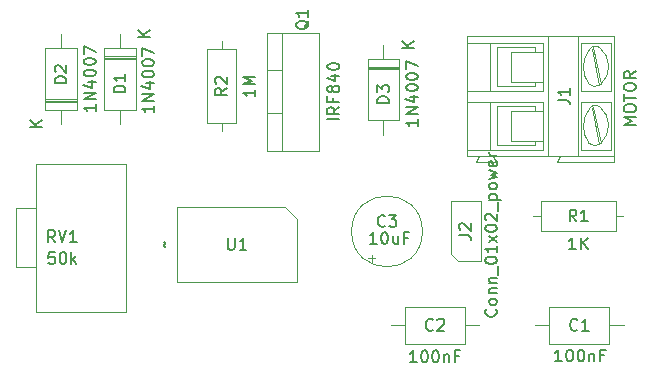
<source format=gbr>
%TF.GenerationSoftware,KiCad,Pcbnew,7.0.8-1.fc38*%
%TF.CreationDate,2023-12-28T13:03:44+02:00*%
%TF.ProjectId,MotorSpeedControl,4d6f746f-7253-4706-9565-64436f6e7472,rev?*%
%TF.SameCoordinates,Original*%
%TF.FileFunction,AssemblyDrawing,Top*%
%FSLAX46Y46*%
G04 Gerber Fmt 4.6, Leading zero omitted, Abs format (unit mm)*
G04 Created by KiCad (PCBNEW 7.0.8-1.fc38) date 2023-12-28 13:03:44*
%MOMM*%
%LPD*%
G01*
G04 APERTURE LIST*
%ADD10C,0.150000*%
%ADD11C,0.100000*%
G04 APERTURE END LIST*
D10*
X173954819Y-91817142D02*
X172954819Y-91817142D01*
X173954819Y-90769524D02*
X173478628Y-91102857D01*
X173954819Y-91340952D02*
X172954819Y-91340952D01*
X172954819Y-91340952D02*
X172954819Y-90960000D01*
X172954819Y-90960000D02*
X173002438Y-90864762D01*
X173002438Y-90864762D02*
X173050057Y-90817143D01*
X173050057Y-90817143D02*
X173145295Y-90769524D01*
X173145295Y-90769524D02*
X173288152Y-90769524D01*
X173288152Y-90769524D02*
X173383390Y-90817143D01*
X173383390Y-90817143D02*
X173431009Y-90864762D01*
X173431009Y-90864762D02*
X173478628Y-90960000D01*
X173478628Y-90960000D02*
X173478628Y-91340952D01*
X173431009Y-90007619D02*
X173431009Y-90340952D01*
X173954819Y-90340952D02*
X172954819Y-90340952D01*
X172954819Y-90340952D02*
X172954819Y-89864762D01*
X173383390Y-89340952D02*
X173335771Y-89436190D01*
X173335771Y-89436190D02*
X173288152Y-89483809D01*
X173288152Y-89483809D02*
X173192914Y-89531428D01*
X173192914Y-89531428D02*
X173145295Y-89531428D01*
X173145295Y-89531428D02*
X173050057Y-89483809D01*
X173050057Y-89483809D02*
X173002438Y-89436190D01*
X173002438Y-89436190D02*
X172954819Y-89340952D01*
X172954819Y-89340952D02*
X172954819Y-89150476D01*
X172954819Y-89150476D02*
X173002438Y-89055238D01*
X173002438Y-89055238D02*
X173050057Y-89007619D01*
X173050057Y-89007619D02*
X173145295Y-88960000D01*
X173145295Y-88960000D02*
X173192914Y-88960000D01*
X173192914Y-88960000D02*
X173288152Y-89007619D01*
X173288152Y-89007619D02*
X173335771Y-89055238D01*
X173335771Y-89055238D02*
X173383390Y-89150476D01*
X173383390Y-89150476D02*
X173383390Y-89340952D01*
X173383390Y-89340952D02*
X173431009Y-89436190D01*
X173431009Y-89436190D02*
X173478628Y-89483809D01*
X173478628Y-89483809D02*
X173573866Y-89531428D01*
X173573866Y-89531428D02*
X173764342Y-89531428D01*
X173764342Y-89531428D02*
X173859580Y-89483809D01*
X173859580Y-89483809D02*
X173907200Y-89436190D01*
X173907200Y-89436190D02*
X173954819Y-89340952D01*
X173954819Y-89340952D02*
X173954819Y-89150476D01*
X173954819Y-89150476D02*
X173907200Y-89055238D01*
X173907200Y-89055238D02*
X173859580Y-89007619D01*
X173859580Y-89007619D02*
X173764342Y-88960000D01*
X173764342Y-88960000D02*
X173573866Y-88960000D01*
X173573866Y-88960000D02*
X173478628Y-89007619D01*
X173478628Y-89007619D02*
X173431009Y-89055238D01*
X173431009Y-89055238D02*
X173383390Y-89150476D01*
X173288152Y-88102857D02*
X173954819Y-88102857D01*
X172907200Y-88340952D02*
X173621485Y-88579047D01*
X173621485Y-88579047D02*
X173621485Y-87960000D01*
X172954819Y-87388571D02*
X172954819Y-87293333D01*
X172954819Y-87293333D02*
X173002438Y-87198095D01*
X173002438Y-87198095D02*
X173050057Y-87150476D01*
X173050057Y-87150476D02*
X173145295Y-87102857D01*
X173145295Y-87102857D02*
X173335771Y-87055238D01*
X173335771Y-87055238D02*
X173573866Y-87055238D01*
X173573866Y-87055238D02*
X173764342Y-87102857D01*
X173764342Y-87102857D02*
X173859580Y-87150476D01*
X173859580Y-87150476D02*
X173907200Y-87198095D01*
X173907200Y-87198095D02*
X173954819Y-87293333D01*
X173954819Y-87293333D02*
X173954819Y-87388571D01*
X173954819Y-87388571D02*
X173907200Y-87483809D01*
X173907200Y-87483809D02*
X173859580Y-87531428D01*
X173859580Y-87531428D02*
X173764342Y-87579047D01*
X173764342Y-87579047D02*
X173573866Y-87626666D01*
X173573866Y-87626666D02*
X173335771Y-87626666D01*
X173335771Y-87626666D02*
X173145295Y-87579047D01*
X173145295Y-87579047D02*
X173050057Y-87531428D01*
X173050057Y-87531428D02*
X173002438Y-87483809D01*
X173002438Y-87483809D02*
X172954819Y-87388571D01*
X171400057Y-83445238D02*
X171352438Y-83540476D01*
X171352438Y-83540476D02*
X171257200Y-83635714D01*
X171257200Y-83635714D02*
X171114342Y-83778571D01*
X171114342Y-83778571D02*
X171066723Y-83873809D01*
X171066723Y-83873809D02*
X171066723Y-83969047D01*
X171304819Y-83921428D02*
X171257200Y-84016666D01*
X171257200Y-84016666D02*
X171161961Y-84111904D01*
X171161961Y-84111904D02*
X170971485Y-84159523D01*
X170971485Y-84159523D02*
X170638152Y-84159523D01*
X170638152Y-84159523D02*
X170447676Y-84111904D01*
X170447676Y-84111904D02*
X170352438Y-84016666D01*
X170352438Y-84016666D02*
X170304819Y-83921428D01*
X170304819Y-83921428D02*
X170304819Y-83730952D01*
X170304819Y-83730952D02*
X170352438Y-83635714D01*
X170352438Y-83635714D02*
X170447676Y-83540476D01*
X170447676Y-83540476D02*
X170638152Y-83492857D01*
X170638152Y-83492857D02*
X170971485Y-83492857D01*
X170971485Y-83492857D02*
X171161961Y-83540476D01*
X171161961Y-83540476D02*
X171257200Y-83635714D01*
X171257200Y-83635714D02*
X171304819Y-83730952D01*
X171304819Y-83730952D02*
X171304819Y-83921428D01*
X171304819Y-82540476D02*
X171304819Y-83111904D01*
X171304819Y-82826190D02*
X170304819Y-82826190D01*
X170304819Y-82826190D02*
X170447676Y-82921428D01*
X170447676Y-82921428D02*
X170542914Y-83016666D01*
X170542914Y-83016666D02*
X170590533Y-83111904D01*
X187209580Y-107885715D02*
X187257200Y-107933334D01*
X187257200Y-107933334D02*
X187304819Y-108076191D01*
X187304819Y-108076191D02*
X187304819Y-108171429D01*
X187304819Y-108171429D02*
X187257200Y-108314286D01*
X187257200Y-108314286D02*
X187161961Y-108409524D01*
X187161961Y-108409524D02*
X187066723Y-108457143D01*
X187066723Y-108457143D02*
X186876247Y-108504762D01*
X186876247Y-108504762D02*
X186733390Y-108504762D01*
X186733390Y-108504762D02*
X186542914Y-108457143D01*
X186542914Y-108457143D02*
X186447676Y-108409524D01*
X186447676Y-108409524D02*
X186352438Y-108314286D01*
X186352438Y-108314286D02*
X186304819Y-108171429D01*
X186304819Y-108171429D02*
X186304819Y-108076191D01*
X186304819Y-108076191D02*
X186352438Y-107933334D01*
X186352438Y-107933334D02*
X186400057Y-107885715D01*
X187304819Y-107314286D02*
X187257200Y-107409524D01*
X187257200Y-107409524D02*
X187209580Y-107457143D01*
X187209580Y-107457143D02*
X187114342Y-107504762D01*
X187114342Y-107504762D02*
X186828628Y-107504762D01*
X186828628Y-107504762D02*
X186733390Y-107457143D01*
X186733390Y-107457143D02*
X186685771Y-107409524D01*
X186685771Y-107409524D02*
X186638152Y-107314286D01*
X186638152Y-107314286D02*
X186638152Y-107171429D01*
X186638152Y-107171429D02*
X186685771Y-107076191D01*
X186685771Y-107076191D02*
X186733390Y-107028572D01*
X186733390Y-107028572D02*
X186828628Y-106980953D01*
X186828628Y-106980953D02*
X187114342Y-106980953D01*
X187114342Y-106980953D02*
X187209580Y-107028572D01*
X187209580Y-107028572D02*
X187257200Y-107076191D01*
X187257200Y-107076191D02*
X187304819Y-107171429D01*
X187304819Y-107171429D02*
X187304819Y-107314286D01*
X186638152Y-106552381D02*
X187304819Y-106552381D01*
X186733390Y-106552381D02*
X186685771Y-106504762D01*
X186685771Y-106504762D02*
X186638152Y-106409524D01*
X186638152Y-106409524D02*
X186638152Y-106266667D01*
X186638152Y-106266667D02*
X186685771Y-106171429D01*
X186685771Y-106171429D02*
X186781009Y-106123810D01*
X186781009Y-106123810D02*
X187304819Y-106123810D01*
X186638152Y-105647619D02*
X187304819Y-105647619D01*
X186733390Y-105647619D02*
X186685771Y-105600000D01*
X186685771Y-105600000D02*
X186638152Y-105504762D01*
X186638152Y-105504762D02*
X186638152Y-105361905D01*
X186638152Y-105361905D02*
X186685771Y-105266667D01*
X186685771Y-105266667D02*
X186781009Y-105219048D01*
X186781009Y-105219048D02*
X187304819Y-105219048D01*
X187400057Y-104980953D02*
X187400057Y-104219048D01*
X186304819Y-103790476D02*
X186304819Y-103695238D01*
X186304819Y-103695238D02*
X186352438Y-103600000D01*
X186352438Y-103600000D02*
X186400057Y-103552381D01*
X186400057Y-103552381D02*
X186495295Y-103504762D01*
X186495295Y-103504762D02*
X186685771Y-103457143D01*
X186685771Y-103457143D02*
X186923866Y-103457143D01*
X186923866Y-103457143D02*
X187114342Y-103504762D01*
X187114342Y-103504762D02*
X187209580Y-103552381D01*
X187209580Y-103552381D02*
X187257200Y-103600000D01*
X187257200Y-103600000D02*
X187304819Y-103695238D01*
X187304819Y-103695238D02*
X187304819Y-103790476D01*
X187304819Y-103790476D02*
X187257200Y-103885714D01*
X187257200Y-103885714D02*
X187209580Y-103933333D01*
X187209580Y-103933333D02*
X187114342Y-103980952D01*
X187114342Y-103980952D02*
X186923866Y-104028571D01*
X186923866Y-104028571D02*
X186685771Y-104028571D01*
X186685771Y-104028571D02*
X186495295Y-103980952D01*
X186495295Y-103980952D02*
X186400057Y-103933333D01*
X186400057Y-103933333D02*
X186352438Y-103885714D01*
X186352438Y-103885714D02*
X186304819Y-103790476D01*
X187304819Y-102504762D02*
X187304819Y-103076190D01*
X187304819Y-102790476D02*
X186304819Y-102790476D01*
X186304819Y-102790476D02*
X186447676Y-102885714D01*
X186447676Y-102885714D02*
X186542914Y-102980952D01*
X186542914Y-102980952D02*
X186590533Y-103076190D01*
X187304819Y-102171428D02*
X186638152Y-101647619D01*
X186638152Y-102171428D02*
X187304819Y-101647619D01*
X186304819Y-101076190D02*
X186304819Y-100980952D01*
X186304819Y-100980952D02*
X186352438Y-100885714D01*
X186352438Y-100885714D02*
X186400057Y-100838095D01*
X186400057Y-100838095D02*
X186495295Y-100790476D01*
X186495295Y-100790476D02*
X186685771Y-100742857D01*
X186685771Y-100742857D02*
X186923866Y-100742857D01*
X186923866Y-100742857D02*
X187114342Y-100790476D01*
X187114342Y-100790476D02*
X187209580Y-100838095D01*
X187209580Y-100838095D02*
X187257200Y-100885714D01*
X187257200Y-100885714D02*
X187304819Y-100980952D01*
X187304819Y-100980952D02*
X187304819Y-101076190D01*
X187304819Y-101076190D02*
X187257200Y-101171428D01*
X187257200Y-101171428D02*
X187209580Y-101219047D01*
X187209580Y-101219047D02*
X187114342Y-101266666D01*
X187114342Y-101266666D02*
X186923866Y-101314285D01*
X186923866Y-101314285D02*
X186685771Y-101314285D01*
X186685771Y-101314285D02*
X186495295Y-101266666D01*
X186495295Y-101266666D02*
X186400057Y-101219047D01*
X186400057Y-101219047D02*
X186352438Y-101171428D01*
X186352438Y-101171428D02*
X186304819Y-101076190D01*
X186400057Y-100361904D02*
X186352438Y-100314285D01*
X186352438Y-100314285D02*
X186304819Y-100219047D01*
X186304819Y-100219047D02*
X186304819Y-99980952D01*
X186304819Y-99980952D02*
X186352438Y-99885714D01*
X186352438Y-99885714D02*
X186400057Y-99838095D01*
X186400057Y-99838095D02*
X186495295Y-99790476D01*
X186495295Y-99790476D02*
X186590533Y-99790476D01*
X186590533Y-99790476D02*
X186733390Y-99838095D01*
X186733390Y-99838095D02*
X187304819Y-100409523D01*
X187304819Y-100409523D02*
X187304819Y-99790476D01*
X187400057Y-99600000D02*
X187400057Y-98838095D01*
X186638152Y-98599999D02*
X187638152Y-98599999D01*
X186685771Y-98599999D02*
X186638152Y-98504761D01*
X186638152Y-98504761D02*
X186638152Y-98314285D01*
X186638152Y-98314285D02*
X186685771Y-98219047D01*
X186685771Y-98219047D02*
X186733390Y-98171428D01*
X186733390Y-98171428D02*
X186828628Y-98123809D01*
X186828628Y-98123809D02*
X187114342Y-98123809D01*
X187114342Y-98123809D02*
X187209580Y-98171428D01*
X187209580Y-98171428D02*
X187257200Y-98219047D01*
X187257200Y-98219047D02*
X187304819Y-98314285D01*
X187304819Y-98314285D02*
X187304819Y-98504761D01*
X187304819Y-98504761D02*
X187257200Y-98599999D01*
X187304819Y-97552380D02*
X187257200Y-97647618D01*
X187257200Y-97647618D02*
X187209580Y-97695237D01*
X187209580Y-97695237D02*
X187114342Y-97742856D01*
X187114342Y-97742856D02*
X186828628Y-97742856D01*
X186828628Y-97742856D02*
X186733390Y-97695237D01*
X186733390Y-97695237D02*
X186685771Y-97647618D01*
X186685771Y-97647618D02*
X186638152Y-97552380D01*
X186638152Y-97552380D02*
X186638152Y-97409523D01*
X186638152Y-97409523D02*
X186685771Y-97314285D01*
X186685771Y-97314285D02*
X186733390Y-97266666D01*
X186733390Y-97266666D02*
X186828628Y-97219047D01*
X186828628Y-97219047D02*
X187114342Y-97219047D01*
X187114342Y-97219047D02*
X187209580Y-97266666D01*
X187209580Y-97266666D02*
X187257200Y-97314285D01*
X187257200Y-97314285D02*
X187304819Y-97409523D01*
X187304819Y-97409523D02*
X187304819Y-97552380D01*
X186638152Y-96885713D02*
X187304819Y-96695237D01*
X187304819Y-96695237D02*
X186828628Y-96504761D01*
X186828628Y-96504761D02*
X187304819Y-96314285D01*
X187304819Y-96314285D02*
X186638152Y-96123809D01*
X187257200Y-95361904D02*
X187304819Y-95457142D01*
X187304819Y-95457142D02*
X187304819Y-95647618D01*
X187304819Y-95647618D02*
X187257200Y-95742856D01*
X187257200Y-95742856D02*
X187161961Y-95790475D01*
X187161961Y-95790475D02*
X186781009Y-95790475D01*
X186781009Y-95790475D02*
X186685771Y-95742856D01*
X186685771Y-95742856D02*
X186638152Y-95647618D01*
X186638152Y-95647618D02*
X186638152Y-95457142D01*
X186638152Y-95457142D02*
X186685771Y-95361904D01*
X186685771Y-95361904D02*
X186781009Y-95314285D01*
X186781009Y-95314285D02*
X186876247Y-95314285D01*
X186876247Y-95314285D02*
X186971485Y-95790475D01*
X187304819Y-94885713D02*
X186638152Y-94885713D01*
X186828628Y-94885713D02*
X186733390Y-94838094D01*
X186733390Y-94838094D02*
X186685771Y-94790475D01*
X186685771Y-94790475D02*
X186638152Y-94695237D01*
X186638152Y-94695237D02*
X186638152Y-94599999D01*
X184104819Y-101603333D02*
X184819104Y-101603333D01*
X184819104Y-101603333D02*
X184961961Y-101650952D01*
X184961961Y-101650952D02*
X185057200Y-101746190D01*
X185057200Y-101746190D02*
X185104819Y-101889047D01*
X185104819Y-101889047D02*
X185104819Y-101984285D01*
X184200057Y-101174761D02*
X184152438Y-101127142D01*
X184152438Y-101127142D02*
X184104819Y-101031904D01*
X184104819Y-101031904D02*
X184104819Y-100793809D01*
X184104819Y-100793809D02*
X184152438Y-100698571D01*
X184152438Y-100698571D02*
X184200057Y-100650952D01*
X184200057Y-100650952D02*
X184295295Y-100603333D01*
X184295295Y-100603333D02*
X184390533Y-100603333D01*
X184390533Y-100603333D02*
X184533390Y-100650952D01*
X184533390Y-100650952D02*
X185104819Y-101222380D01*
X185104819Y-101222380D02*
X185104819Y-100603333D01*
X166824819Y-89285714D02*
X166824819Y-89857142D01*
X166824819Y-89571428D02*
X165824819Y-89571428D01*
X165824819Y-89571428D02*
X165967676Y-89666666D01*
X165967676Y-89666666D02*
X166062914Y-89761904D01*
X166062914Y-89761904D02*
X166110533Y-89857142D01*
X166824819Y-88857142D02*
X165824819Y-88857142D01*
X165824819Y-88857142D02*
X166539104Y-88523809D01*
X166539104Y-88523809D02*
X165824819Y-88190476D01*
X165824819Y-88190476D02*
X166824819Y-88190476D01*
X164454819Y-89166666D02*
X163978628Y-89499999D01*
X164454819Y-89738094D02*
X163454819Y-89738094D01*
X163454819Y-89738094D02*
X163454819Y-89357142D01*
X163454819Y-89357142D02*
X163502438Y-89261904D01*
X163502438Y-89261904D02*
X163550057Y-89214285D01*
X163550057Y-89214285D02*
X163645295Y-89166666D01*
X163645295Y-89166666D02*
X163788152Y-89166666D01*
X163788152Y-89166666D02*
X163883390Y-89214285D01*
X163883390Y-89214285D02*
X163931009Y-89261904D01*
X163931009Y-89261904D02*
X163978628Y-89357142D01*
X163978628Y-89357142D02*
X163978628Y-89738094D01*
X163550057Y-88785713D02*
X163502438Y-88738094D01*
X163502438Y-88738094D02*
X163454819Y-88642856D01*
X163454819Y-88642856D02*
X163454819Y-88404761D01*
X163454819Y-88404761D02*
X163502438Y-88309523D01*
X163502438Y-88309523D02*
X163550057Y-88261904D01*
X163550057Y-88261904D02*
X163645295Y-88214285D01*
X163645295Y-88214285D02*
X163740533Y-88214285D01*
X163740533Y-88214285D02*
X163883390Y-88261904D01*
X163883390Y-88261904D02*
X164454819Y-88833332D01*
X164454819Y-88833332D02*
X164454819Y-88214285D01*
X180604819Y-91792857D02*
X180604819Y-92364285D01*
X180604819Y-92078571D02*
X179604819Y-92078571D01*
X179604819Y-92078571D02*
X179747676Y-92173809D01*
X179747676Y-92173809D02*
X179842914Y-92269047D01*
X179842914Y-92269047D02*
X179890533Y-92364285D01*
X180604819Y-91364285D02*
X179604819Y-91364285D01*
X179604819Y-91364285D02*
X180604819Y-90792857D01*
X180604819Y-90792857D02*
X179604819Y-90792857D01*
X179938152Y-89888095D02*
X180604819Y-89888095D01*
X179557200Y-90126190D02*
X180271485Y-90364285D01*
X180271485Y-90364285D02*
X180271485Y-89745238D01*
X179604819Y-89173809D02*
X179604819Y-89078571D01*
X179604819Y-89078571D02*
X179652438Y-88983333D01*
X179652438Y-88983333D02*
X179700057Y-88935714D01*
X179700057Y-88935714D02*
X179795295Y-88888095D01*
X179795295Y-88888095D02*
X179985771Y-88840476D01*
X179985771Y-88840476D02*
X180223866Y-88840476D01*
X180223866Y-88840476D02*
X180414342Y-88888095D01*
X180414342Y-88888095D02*
X180509580Y-88935714D01*
X180509580Y-88935714D02*
X180557200Y-88983333D01*
X180557200Y-88983333D02*
X180604819Y-89078571D01*
X180604819Y-89078571D02*
X180604819Y-89173809D01*
X180604819Y-89173809D02*
X180557200Y-89269047D01*
X180557200Y-89269047D02*
X180509580Y-89316666D01*
X180509580Y-89316666D02*
X180414342Y-89364285D01*
X180414342Y-89364285D02*
X180223866Y-89411904D01*
X180223866Y-89411904D02*
X179985771Y-89411904D01*
X179985771Y-89411904D02*
X179795295Y-89364285D01*
X179795295Y-89364285D02*
X179700057Y-89316666D01*
X179700057Y-89316666D02*
X179652438Y-89269047D01*
X179652438Y-89269047D02*
X179604819Y-89173809D01*
X179604819Y-88221428D02*
X179604819Y-88126190D01*
X179604819Y-88126190D02*
X179652438Y-88030952D01*
X179652438Y-88030952D02*
X179700057Y-87983333D01*
X179700057Y-87983333D02*
X179795295Y-87935714D01*
X179795295Y-87935714D02*
X179985771Y-87888095D01*
X179985771Y-87888095D02*
X180223866Y-87888095D01*
X180223866Y-87888095D02*
X180414342Y-87935714D01*
X180414342Y-87935714D02*
X180509580Y-87983333D01*
X180509580Y-87983333D02*
X180557200Y-88030952D01*
X180557200Y-88030952D02*
X180604819Y-88126190D01*
X180604819Y-88126190D02*
X180604819Y-88221428D01*
X180604819Y-88221428D02*
X180557200Y-88316666D01*
X180557200Y-88316666D02*
X180509580Y-88364285D01*
X180509580Y-88364285D02*
X180414342Y-88411904D01*
X180414342Y-88411904D02*
X180223866Y-88459523D01*
X180223866Y-88459523D02*
X179985771Y-88459523D01*
X179985771Y-88459523D02*
X179795295Y-88411904D01*
X179795295Y-88411904D02*
X179700057Y-88364285D01*
X179700057Y-88364285D02*
X179652438Y-88316666D01*
X179652438Y-88316666D02*
X179604819Y-88221428D01*
X179604819Y-87554761D02*
X179604819Y-86888095D01*
X179604819Y-86888095D02*
X180604819Y-87316666D01*
X180254819Y-85751904D02*
X179254819Y-85751904D01*
X180254819Y-85180476D02*
X179683390Y-85609047D01*
X179254819Y-85180476D02*
X179826247Y-85751904D01*
X178154819Y-90428094D02*
X177154819Y-90428094D01*
X177154819Y-90428094D02*
X177154819Y-90189999D01*
X177154819Y-90189999D02*
X177202438Y-90047142D01*
X177202438Y-90047142D02*
X177297676Y-89951904D01*
X177297676Y-89951904D02*
X177392914Y-89904285D01*
X177392914Y-89904285D02*
X177583390Y-89856666D01*
X177583390Y-89856666D02*
X177726247Y-89856666D01*
X177726247Y-89856666D02*
X177916723Y-89904285D01*
X177916723Y-89904285D02*
X178011961Y-89951904D01*
X178011961Y-89951904D02*
X178107200Y-90047142D01*
X178107200Y-90047142D02*
X178154819Y-90189999D01*
X178154819Y-90189999D02*
X178154819Y-90428094D01*
X177154819Y-89523332D02*
X177154819Y-88904285D01*
X177154819Y-88904285D02*
X177535771Y-89237618D01*
X177535771Y-89237618D02*
X177535771Y-89094761D01*
X177535771Y-89094761D02*
X177583390Y-88999523D01*
X177583390Y-88999523D02*
X177631009Y-88951904D01*
X177631009Y-88951904D02*
X177726247Y-88904285D01*
X177726247Y-88904285D02*
X177964342Y-88904285D01*
X177964342Y-88904285D02*
X178059580Y-88951904D01*
X178059580Y-88951904D02*
X178107200Y-88999523D01*
X178107200Y-88999523D02*
X178154819Y-89094761D01*
X178154819Y-89094761D02*
X178154819Y-89380475D01*
X178154819Y-89380475D02*
X178107200Y-89475713D01*
X178107200Y-89475713D02*
X178059580Y-89523332D01*
X158254819Y-90642857D02*
X158254819Y-91214285D01*
X158254819Y-90928571D02*
X157254819Y-90928571D01*
X157254819Y-90928571D02*
X157397676Y-91023809D01*
X157397676Y-91023809D02*
X157492914Y-91119047D01*
X157492914Y-91119047D02*
X157540533Y-91214285D01*
X158254819Y-90214285D02*
X157254819Y-90214285D01*
X157254819Y-90214285D02*
X158254819Y-89642857D01*
X158254819Y-89642857D02*
X157254819Y-89642857D01*
X157588152Y-88738095D02*
X158254819Y-88738095D01*
X157207200Y-88976190D02*
X157921485Y-89214285D01*
X157921485Y-89214285D02*
X157921485Y-88595238D01*
X157254819Y-88023809D02*
X157254819Y-87928571D01*
X157254819Y-87928571D02*
X157302438Y-87833333D01*
X157302438Y-87833333D02*
X157350057Y-87785714D01*
X157350057Y-87785714D02*
X157445295Y-87738095D01*
X157445295Y-87738095D02*
X157635771Y-87690476D01*
X157635771Y-87690476D02*
X157873866Y-87690476D01*
X157873866Y-87690476D02*
X158064342Y-87738095D01*
X158064342Y-87738095D02*
X158159580Y-87785714D01*
X158159580Y-87785714D02*
X158207200Y-87833333D01*
X158207200Y-87833333D02*
X158254819Y-87928571D01*
X158254819Y-87928571D02*
X158254819Y-88023809D01*
X158254819Y-88023809D02*
X158207200Y-88119047D01*
X158207200Y-88119047D02*
X158159580Y-88166666D01*
X158159580Y-88166666D02*
X158064342Y-88214285D01*
X158064342Y-88214285D02*
X157873866Y-88261904D01*
X157873866Y-88261904D02*
X157635771Y-88261904D01*
X157635771Y-88261904D02*
X157445295Y-88214285D01*
X157445295Y-88214285D02*
X157350057Y-88166666D01*
X157350057Y-88166666D02*
X157302438Y-88119047D01*
X157302438Y-88119047D02*
X157254819Y-88023809D01*
X157254819Y-87071428D02*
X157254819Y-86976190D01*
X157254819Y-86976190D02*
X157302438Y-86880952D01*
X157302438Y-86880952D02*
X157350057Y-86833333D01*
X157350057Y-86833333D02*
X157445295Y-86785714D01*
X157445295Y-86785714D02*
X157635771Y-86738095D01*
X157635771Y-86738095D02*
X157873866Y-86738095D01*
X157873866Y-86738095D02*
X158064342Y-86785714D01*
X158064342Y-86785714D02*
X158159580Y-86833333D01*
X158159580Y-86833333D02*
X158207200Y-86880952D01*
X158207200Y-86880952D02*
X158254819Y-86976190D01*
X158254819Y-86976190D02*
X158254819Y-87071428D01*
X158254819Y-87071428D02*
X158207200Y-87166666D01*
X158207200Y-87166666D02*
X158159580Y-87214285D01*
X158159580Y-87214285D02*
X158064342Y-87261904D01*
X158064342Y-87261904D02*
X157873866Y-87309523D01*
X157873866Y-87309523D02*
X157635771Y-87309523D01*
X157635771Y-87309523D02*
X157445295Y-87261904D01*
X157445295Y-87261904D02*
X157350057Y-87214285D01*
X157350057Y-87214285D02*
X157302438Y-87166666D01*
X157302438Y-87166666D02*
X157254819Y-87071428D01*
X157254819Y-86404761D02*
X157254819Y-85738095D01*
X157254819Y-85738095D02*
X158254819Y-86166666D01*
X155854819Y-89528094D02*
X154854819Y-89528094D01*
X154854819Y-89528094D02*
X154854819Y-89289999D01*
X154854819Y-89289999D02*
X154902438Y-89147142D01*
X154902438Y-89147142D02*
X154997676Y-89051904D01*
X154997676Y-89051904D02*
X155092914Y-89004285D01*
X155092914Y-89004285D02*
X155283390Y-88956666D01*
X155283390Y-88956666D02*
X155426247Y-88956666D01*
X155426247Y-88956666D02*
X155616723Y-89004285D01*
X155616723Y-89004285D02*
X155711961Y-89051904D01*
X155711961Y-89051904D02*
X155807200Y-89147142D01*
X155807200Y-89147142D02*
X155854819Y-89289999D01*
X155854819Y-89289999D02*
X155854819Y-89528094D01*
X155854819Y-88004285D02*
X155854819Y-88575713D01*
X155854819Y-88289999D02*
X154854819Y-88289999D01*
X154854819Y-88289999D02*
X154997676Y-88385237D01*
X154997676Y-88385237D02*
X155092914Y-88480475D01*
X155092914Y-88480475D02*
X155140533Y-88575713D01*
X157954819Y-84851904D02*
X156954819Y-84851904D01*
X157954819Y-84280476D02*
X157383390Y-84709047D01*
X156954819Y-84280476D02*
X157526247Y-84851904D01*
X180502380Y-112374819D02*
X179930952Y-112374819D01*
X180216666Y-112374819D02*
X180216666Y-111374819D01*
X180216666Y-111374819D02*
X180121428Y-111517676D01*
X180121428Y-111517676D02*
X180026190Y-111612914D01*
X180026190Y-111612914D02*
X179930952Y-111660533D01*
X181121428Y-111374819D02*
X181216666Y-111374819D01*
X181216666Y-111374819D02*
X181311904Y-111422438D01*
X181311904Y-111422438D02*
X181359523Y-111470057D01*
X181359523Y-111470057D02*
X181407142Y-111565295D01*
X181407142Y-111565295D02*
X181454761Y-111755771D01*
X181454761Y-111755771D02*
X181454761Y-111993866D01*
X181454761Y-111993866D02*
X181407142Y-112184342D01*
X181407142Y-112184342D02*
X181359523Y-112279580D01*
X181359523Y-112279580D02*
X181311904Y-112327200D01*
X181311904Y-112327200D02*
X181216666Y-112374819D01*
X181216666Y-112374819D02*
X181121428Y-112374819D01*
X181121428Y-112374819D02*
X181026190Y-112327200D01*
X181026190Y-112327200D02*
X180978571Y-112279580D01*
X180978571Y-112279580D02*
X180930952Y-112184342D01*
X180930952Y-112184342D02*
X180883333Y-111993866D01*
X180883333Y-111993866D02*
X180883333Y-111755771D01*
X180883333Y-111755771D02*
X180930952Y-111565295D01*
X180930952Y-111565295D02*
X180978571Y-111470057D01*
X180978571Y-111470057D02*
X181026190Y-111422438D01*
X181026190Y-111422438D02*
X181121428Y-111374819D01*
X182073809Y-111374819D02*
X182169047Y-111374819D01*
X182169047Y-111374819D02*
X182264285Y-111422438D01*
X182264285Y-111422438D02*
X182311904Y-111470057D01*
X182311904Y-111470057D02*
X182359523Y-111565295D01*
X182359523Y-111565295D02*
X182407142Y-111755771D01*
X182407142Y-111755771D02*
X182407142Y-111993866D01*
X182407142Y-111993866D02*
X182359523Y-112184342D01*
X182359523Y-112184342D02*
X182311904Y-112279580D01*
X182311904Y-112279580D02*
X182264285Y-112327200D01*
X182264285Y-112327200D02*
X182169047Y-112374819D01*
X182169047Y-112374819D02*
X182073809Y-112374819D01*
X182073809Y-112374819D02*
X181978571Y-112327200D01*
X181978571Y-112327200D02*
X181930952Y-112279580D01*
X181930952Y-112279580D02*
X181883333Y-112184342D01*
X181883333Y-112184342D02*
X181835714Y-111993866D01*
X181835714Y-111993866D02*
X181835714Y-111755771D01*
X181835714Y-111755771D02*
X181883333Y-111565295D01*
X181883333Y-111565295D02*
X181930952Y-111470057D01*
X181930952Y-111470057D02*
X181978571Y-111422438D01*
X181978571Y-111422438D02*
X182073809Y-111374819D01*
X182835714Y-111708152D02*
X182835714Y-112374819D01*
X182835714Y-111803390D02*
X182883333Y-111755771D01*
X182883333Y-111755771D02*
X182978571Y-111708152D01*
X182978571Y-111708152D02*
X183121428Y-111708152D01*
X183121428Y-111708152D02*
X183216666Y-111755771D01*
X183216666Y-111755771D02*
X183264285Y-111851009D01*
X183264285Y-111851009D02*
X183264285Y-112374819D01*
X184073809Y-111851009D02*
X183740476Y-111851009D01*
X183740476Y-112374819D02*
X183740476Y-111374819D01*
X183740476Y-111374819D02*
X184216666Y-111374819D01*
X181883333Y-109609580D02*
X181835714Y-109657200D01*
X181835714Y-109657200D02*
X181692857Y-109704819D01*
X181692857Y-109704819D02*
X181597619Y-109704819D01*
X181597619Y-109704819D02*
X181454762Y-109657200D01*
X181454762Y-109657200D02*
X181359524Y-109561961D01*
X181359524Y-109561961D02*
X181311905Y-109466723D01*
X181311905Y-109466723D02*
X181264286Y-109276247D01*
X181264286Y-109276247D02*
X181264286Y-109133390D01*
X181264286Y-109133390D02*
X181311905Y-108942914D01*
X181311905Y-108942914D02*
X181359524Y-108847676D01*
X181359524Y-108847676D02*
X181454762Y-108752438D01*
X181454762Y-108752438D02*
X181597619Y-108704819D01*
X181597619Y-108704819D02*
X181692857Y-108704819D01*
X181692857Y-108704819D02*
X181835714Y-108752438D01*
X181835714Y-108752438D02*
X181883333Y-108800057D01*
X182264286Y-108800057D02*
X182311905Y-108752438D01*
X182311905Y-108752438D02*
X182407143Y-108704819D01*
X182407143Y-108704819D02*
X182645238Y-108704819D01*
X182645238Y-108704819D02*
X182740476Y-108752438D01*
X182740476Y-108752438D02*
X182788095Y-108800057D01*
X182788095Y-108800057D02*
X182835714Y-108895295D01*
X182835714Y-108895295D02*
X182835714Y-108990533D01*
X182835714Y-108990533D02*
X182788095Y-109133390D01*
X182788095Y-109133390D02*
X182216667Y-109704819D01*
X182216667Y-109704819D02*
X182835714Y-109704819D01*
X177128571Y-102354819D02*
X176557143Y-102354819D01*
X176842857Y-102354819D02*
X176842857Y-101354819D01*
X176842857Y-101354819D02*
X176747619Y-101497676D01*
X176747619Y-101497676D02*
X176652381Y-101592914D01*
X176652381Y-101592914D02*
X176557143Y-101640533D01*
X177747619Y-101354819D02*
X177842857Y-101354819D01*
X177842857Y-101354819D02*
X177938095Y-101402438D01*
X177938095Y-101402438D02*
X177985714Y-101450057D01*
X177985714Y-101450057D02*
X178033333Y-101545295D01*
X178033333Y-101545295D02*
X178080952Y-101735771D01*
X178080952Y-101735771D02*
X178080952Y-101973866D01*
X178080952Y-101973866D02*
X178033333Y-102164342D01*
X178033333Y-102164342D02*
X177985714Y-102259580D01*
X177985714Y-102259580D02*
X177938095Y-102307200D01*
X177938095Y-102307200D02*
X177842857Y-102354819D01*
X177842857Y-102354819D02*
X177747619Y-102354819D01*
X177747619Y-102354819D02*
X177652381Y-102307200D01*
X177652381Y-102307200D02*
X177604762Y-102259580D01*
X177604762Y-102259580D02*
X177557143Y-102164342D01*
X177557143Y-102164342D02*
X177509524Y-101973866D01*
X177509524Y-101973866D02*
X177509524Y-101735771D01*
X177509524Y-101735771D02*
X177557143Y-101545295D01*
X177557143Y-101545295D02*
X177604762Y-101450057D01*
X177604762Y-101450057D02*
X177652381Y-101402438D01*
X177652381Y-101402438D02*
X177747619Y-101354819D01*
X178938095Y-101688152D02*
X178938095Y-102354819D01*
X178509524Y-101688152D02*
X178509524Y-102211961D01*
X178509524Y-102211961D02*
X178557143Y-102307200D01*
X178557143Y-102307200D02*
X178652381Y-102354819D01*
X178652381Y-102354819D02*
X178795238Y-102354819D01*
X178795238Y-102354819D02*
X178890476Y-102307200D01*
X178890476Y-102307200D02*
X178938095Y-102259580D01*
X179747619Y-101831009D02*
X179414286Y-101831009D01*
X179414286Y-102354819D02*
X179414286Y-101354819D01*
X179414286Y-101354819D02*
X179890476Y-101354819D01*
X177833333Y-100809580D02*
X177785714Y-100857200D01*
X177785714Y-100857200D02*
X177642857Y-100904819D01*
X177642857Y-100904819D02*
X177547619Y-100904819D01*
X177547619Y-100904819D02*
X177404762Y-100857200D01*
X177404762Y-100857200D02*
X177309524Y-100761961D01*
X177309524Y-100761961D02*
X177261905Y-100666723D01*
X177261905Y-100666723D02*
X177214286Y-100476247D01*
X177214286Y-100476247D02*
X177214286Y-100333390D01*
X177214286Y-100333390D02*
X177261905Y-100142914D01*
X177261905Y-100142914D02*
X177309524Y-100047676D01*
X177309524Y-100047676D02*
X177404762Y-99952438D01*
X177404762Y-99952438D02*
X177547619Y-99904819D01*
X177547619Y-99904819D02*
X177642857Y-99904819D01*
X177642857Y-99904819D02*
X177785714Y-99952438D01*
X177785714Y-99952438D02*
X177833333Y-100000057D01*
X178166667Y-99904819D02*
X178785714Y-99904819D01*
X178785714Y-99904819D02*
X178452381Y-100285771D01*
X178452381Y-100285771D02*
X178595238Y-100285771D01*
X178595238Y-100285771D02*
X178690476Y-100333390D01*
X178690476Y-100333390D02*
X178738095Y-100381009D01*
X178738095Y-100381009D02*
X178785714Y-100476247D01*
X178785714Y-100476247D02*
X178785714Y-100714342D01*
X178785714Y-100714342D02*
X178738095Y-100809580D01*
X178738095Y-100809580D02*
X178690476Y-100857200D01*
X178690476Y-100857200D02*
X178595238Y-100904819D01*
X178595238Y-100904819D02*
X178309524Y-100904819D01*
X178309524Y-100904819D02*
X178214286Y-100857200D01*
X178214286Y-100857200D02*
X178166667Y-100809580D01*
X153324819Y-90542857D02*
X153324819Y-91114285D01*
X153324819Y-90828571D02*
X152324819Y-90828571D01*
X152324819Y-90828571D02*
X152467676Y-90923809D01*
X152467676Y-90923809D02*
X152562914Y-91019047D01*
X152562914Y-91019047D02*
X152610533Y-91114285D01*
X153324819Y-90114285D02*
X152324819Y-90114285D01*
X152324819Y-90114285D02*
X153324819Y-89542857D01*
X153324819Y-89542857D02*
X152324819Y-89542857D01*
X152658152Y-88638095D02*
X153324819Y-88638095D01*
X152277200Y-88876190D02*
X152991485Y-89114285D01*
X152991485Y-89114285D02*
X152991485Y-88495238D01*
X152324819Y-87923809D02*
X152324819Y-87828571D01*
X152324819Y-87828571D02*
X152372438Y-87733333D01*
X152372438Y-87733333D02*
X152420057Y-87685714D01*
X152420057Y-87685714D02*
X152515295Y-87638095D01*
X152515295Y-87638095D02*
X152705771Y-87590476D01*
X152705771Y-87590476D02*
X152943866Y-87590476D01*
X152943866Y-87590476D02*
X153134342Y-87638095D01*
X153134342Y-87638095D02*
X153229580Y-87685714D01*
X153229580Y-87685714D02*
X153277200Y-87733333D01*
X153277200Y-87733333D02*
X153324819Y-87828571D01*
X153324819Y-87828571D02*
X153324819Y-87923809D01*
X153324819Y-87923809D02*
X153277200Y-88019047D01*
X153277200Y-88019047D02*
X153229580Y-88066666D01*
X153229580Y-88066666D02*
X153134342Y-88114285D01*
X153134342Y-88114285D02*
X152943866Y-88161904D01*
X152943866Y-88161904D02*
X152705771Y-88161904D01*
X152705771Y-88161904D02*
X152515295Y-88114285D01*
X152515295Y-88114285D02*
X152420057Y-88066666D01*
X152420057Y-88066666D02*
X152372438Y-88019047D01*
X152372438Y-88019047D02*
X152324819Y-87923809D01*
X152324819Y-86971428D02*
X152324819Y-86876190D01*
X152324819Y-86876190D02*
X152372438Y-86780952D01*
X152372438Y-86780952D02*
X152420057Y-86733333D01*
X152420057Y-86733333D02*
X152515295Y-86685714D01*
X152515295Y-86685714D02*
X152705771Y-86638095D01*
X152705771Y-86638095D02*
X152943866Y-86638095D01*
X152943866Y-86638095D02*
X153134342Y-86685714D01*
X153134342Y-86685714D02*
X153229580Y-86733333D01*
X153229580Y-86733333D02*
X153277200Y-86780952D01*
X153277200Y-86780952D02*
X153324819Y-86876190D01*
X153324819Y-86876190D02*
X153324819Y-86971428D01*
X153324819Y-86971428D02*
X153277200Y-87066666D01*
X153277200Y-87066666D02*
X153229580Y-87114285D01*
X153229580Y-87114285D02*
X153134342Y-87161904D01*
X153134342Y-87161904D02*
X152943866Y-87209523D01*
X152943866Y-87209523D02*
X152705771Y-87209523D01*
X152705771Y-87209523D02*
X152515295Y-87161904D01*
X152515295Y-87161904D02*
X152420057Y-87114285D01*
X152420057Y-87114285D02*
X152372438Y-87066666D01*
X152372438Y-87066666D02*
X152324819Y-86971428D01*
X152324819Y-86304761D02*
X152324819Y-85638095D01*
X152324819Y-85638095D02*
X153324819Y-86066666D01*
X148754819Y-92471904D02*
X147754819Y-92471904D01*
X148754819Y-91900476D02*
X148183390Y-92329047D01*
X147754819Y-91900476D02*
X148326247Y-92471904D01*
X150854819Y-88748094D02*
X149854819Y-88748094D01*
X149854819Y-88748094D02*
X149854819Y-88509999D01*
X149854819Y-88509999D02*
X149902438Y-88367142D01*
X149902438Y-88367142D02*
X149997676Y-88271904D01*
X149997676Y-88271904D02*
X150092914Y-88224285D01*
X150092914Y-88224285D02*
X150283390Y-88176666D01*
X150283390Y-88176666D02*
X150426247Y-88176666D01*
X150426247Y-88176666D02*
X150616723Y-88224285D01*
X150616723Y-88224285D02*
X150711961Y-88271904D01*
X150711961Y-88271904D02*
X150807200Y-88367142D01*
X150807200Y-88367142D02*
X150854819Y-88509999D01*
X150854819Y-88509999D02*
X150854819Y-88748094D01*
X149950057Y-87795713D02*
X149902438Y-87748094D01*
X149902438Y-87748094D02*
X149854819Y-87652856D01*
X149854819Y-87652856D02*
X149854819Y-87414761D01*
X149854819Y-87414761D02*
X149902438Y-87319523D01*
X149902438Y-87319523D02*
X149950057Y-87271904D01*
X149950057Y-87271904D02*
X150045295Y-87224285D01*
X150045295Y-87224285D02*
X150140533Y-87224285D01*
X150140533Y-87224285D02*
X150283390Y-87271904D01*
X150283390Y-87271904D02*
X150854819Y-87843332D01*
X150854819Y-87843332D02*
X150854819Y-87224285D01*
X193985714Y-102824819D02*
X193414286Y-102824819D01*
X193700000Y-102824819D02*
X193700000Y-101824819D01*
X193700000Y-101824819D02*
X193604762Y-101967676D01*
X193604762Y-101967676D02*
X193509524Y-102062914D01*
X193509524Y-102062914D02*
X193414286Y-102110533D01*
X194414286Y-102824819D02*
X194414286Y-101824819D01*
X194985714Y-102824819D02*
X194557143Y-102253390D01*
X194985714Y-101824819D02*
X194414286Y-102396247D01*
X194033333Y-100454819D02*
X193700000Y-99978628D01*
X193461905Y-100454819D02*
X193461905Y-99454819D01*
X193461905Y-99454819D02*
X193842857Y-99454819D01*
X193842857Y-99454819D02*
X193938095Y-99502438D01*
X193938095Y-99502438D02*
X193985714Y-99550057D01*
X193985714Y-99550057D02*
X194033333Y-99645295D01*
X194033333Y-99645295D02*
X194033333Y-99788152D01*
X194033333Y-99788152D02*
X193985714Y-99883390D01*
X193985714Y-99883390D02*
X193938095Y-99931009D01*
X193938095Y-99931009D02*
X193842857Y-99978628D01*
X193842857Y-99978628D02*
X193461905Y-99978628D01*
X194985714Y-100454819D02*
X194414286Y-100454819D01*
X194700000Y-100454819D02*
X194700000Y-99454819D01*
X194700000Y-99454819D02*
X194604762Y-99597676D01*
X194604762Y-99597676D02*
X194509524Y-99692914D01*
X194509524Y-99692914D02*
X194414286Y-99740533D01*
X149857142Y-103054819D02*
X149380952Y-103054819D01*
X149380952Y-103054819D02*
X149333333Y-103531009D01*
X149333333Y-103531009D02*
X149380952Y-103483390D01*
X149380952Y-103483390D02*
X149476190Y-103435771D01*
X149476190Y-103435771D02*
X149714285Y-103435771D01*
X149714285Y-103435771D02*
X149809523Y-103483390D01*
X149809523Y-103483390D02*
X149857142Y-103531009D01*
X149857142Y-103531009D02*
X149904761Y-103626247D01*
X149904761Y-103626247D02*
X149904761Y-103864342D01*
X149904761Y-103864342D02*
X149857142Y-103959580D01*
X149857142Y-103959580D02*
X149809523Y-104007200D01*
X149809523Y-104007200D02*
X149714285Y-104054819D01*
X149714285Y-104054819D02*
X149476190Y-104054819D01*
X149476190Y-104054819D02*
X149380952Y-104007200D01*
X149380952Y-104007200D02*
X149333333Y-103959580D01*
X150523809Y-103054819D02*
X150619047Y-103054819D01*
X150619047Y-103054819D02*
X150714285Y-103102438D01*
X150714285Y-103102438D02*
X150761904Y-103150057D01*
X150761904Y-103150057D02*
X150809523Y-103245295D01*
X150809523Y-103245295D02*
X150857142Y-103435771D01*
X150857142Y-103435771D02*
X150857142Y-103673866D01*
X150857142Y-103673866D02*
X150809523Y-103864342D01*
X150809523Y-103864342D02*
X150761904Y-103959580D01*
X150761904Y-103959580D02*
X150714285Y-104007200D01*
X150714285Y-104007200D02*
X150619047Y-104054819D01*
X150619047Y-104054819D02*
X150523809Y-104054819D01*
X150523809Y-104054819D02*
X150428571Y-104007200D01*
X150428571Y-104007200D02*
X150380952Y-103959580D01*
X150380952Y-103959580D02*
X150333333Y-103864342D01*
X150333333Y-103864342D02*
X150285714Y-103673866D01*
X150285714Y-103673866D02*
X150285714Y-103435771D01*
X150285714Y-103435771D02*
X150333333Y-103245295D01*
X150333333Y-103245295D02*
X150380952Y-103150057D01*
X150380952Y-103150057D02*
X150428571Y-103102438D01*
X150428571Y-103102438D02*
X150523809Y-103054819D01*
X151285714Y-104054819D02*
X151285714Y-103054819D01*
X151380952Y-103673866D02*
X151666666Y-104054819D01*
X151666666Y-103388152D02*
X151285714Y-103769104D01*
X149904761Y-102204819D02*
X149571428Y-101728628D01*
X149333333Y-102204819D02*
X149333333Y-101204819D01*
X149333333Y-101204819D02*
X149714285Y-101204819D01*
X149714285Y-101204819D02*
X149809523Y-101252438D01*
X149809523Y-101252438D02*
X149857142Y-101300057D01*
X149857142Y-101300057D02*
X149904761Y-101395295D01*
X149904761Y-101395295D02*
X149904761Y-101538152D01*
X149904761Y-101538152D02*
X149857142Y-101633390D01*
X149857142Y-101633390D02*
X149809523Y-101681009D01*
X149809523Y-101681009D02*
X149714285Y-101728628D01*
X149714285Y-101728628D02*
X149333333Y-101728628D01*
X150190476Y-101204819D02*
X150523809Y-102204819D01*
X150523809Y-102204819D02*
X150857142Y-101204819D01*
X151714285Y-102204819D02*
X151142857Y-102204819D01*
X151428571Y-102204819D02*
X151428571Y-101204819D01*
X151428571Y-101204819D02*
X151333333Y-101347676D01*
X151333333Y-101347676D02*
X151238095Y-101442914D01*
X151238095Y-101442914D02*
X151142857Y-101490533D01*
X192802380Y-112304819D02*
X192230952Y-112304819D01*
X192516666Y-112304819D02*
X192516666Y-111304819D01*
X192516666Y-111304819D02*
X192421428Y-111447676D01*
X192421428Y-111447676D02*
X192326190Y-111542914D01*
X192326190Y-111542914D02*
X192230952Y-111590533D01*
X193421428Y-111304819D02*
X193516666Y-111304819D01*
X193516666Y-111304819D02*
X193611904Y-111352438D01*
X193611904Y-111352438D02*
X193659523Y-111400057D01*
X193659523Y-111400057D02*
X193707142Y-111495295D01*
X193707142Y-111495295D02*
X193754761Y-111685771D01*
X193754761Y-111685771D02*
X193754761Y-111923866D01*
X193754761Y-111923866D02*
X193707142Y-112114342D01*
X193707142Y-112114342D02*
X193659523Y-112209580D01*
X193659523Y-112209580D02*
X193611904Y-112257200D01*
X193611904Y-112257200D02*
X193516666Y-112304819D01*
X193516666Y-112304819D02*
X193421428Y-112304819D01*
X193421428Y-112304819D02*
X193326190Y-112257200D01*
X193326190Y-112257200D02*
X193278571Y-112209580D01*
X193278571Y-112209580D02*
X193230952Y-112114342D01*
X193230952Y-112114342D02*
X193183333Y-111923866D01*
X193183333Y-111923866D02*
X193183333Y-111685771D01*
X193183333Y-111685771D02*
X193230952Y-111495295D01*
X193230952Y-111495295D02*
X193278571Y-111400057D01*
X193278571Y-111400057D02*
X193326190Y-111352438D01*
X193326190Y-111352438D02*
X193421428Y-111304819D01*
X194373809Y-111304819D02*
X194469047Y-111304819D01*
X194469047Y-111304819D02*
X194564285Y-111352438D01*
X194564285Y-111352438D02*
X194611904Y-111400057D01*
X194611904Y-111400057D02*
X194659523Y-111495295D01*
X194659523Y-111495295D02*
X194707142Y-111685771D01*
X194707142Y-111685771D02*
X194707142Y-111923866D01*
X194707142Y-111923866D02*
X194659523Y-112114342D01*
X194659523Y-112114342D02*
X194611904Y-112209580D01*
X194611904Y-112209580D02*
X194564285Y-112257200D01*
X194564285Y-112257200D02*
X194469047Y-112304819D01*
X194469047Y-112304819D02*
X194373809Y-112304819D01*
X194373809Y-112304819D02*
X194278571Y-112257200D01*
X194278571Y-112257200D02*
X194230952Y-112209580D01*
X194230952Y-112209580D02*
X194183333Y-112114342D01*
X194183333Y-112114342D02*
X194135714Y-111923866D01*
X194135714Y-111923866D02*
X194135714Y-111685771D01*
X194135714Y-111685771D02*
X194183333Y-111495295D01*
X194183333Y-111495295D02*
X194230952Y-111400057D01*
X194230952Y-111400057D02*
X194278571Y-111352438D01*
X194278571Y-111352438D02*
X194373809Y-111304819D01*
X195135714Y-111638152D02*
X195135714Y-112304819D01*
X195135714Y-111733390D02*
X195183333Y-111685771D01*
X195183333Y-111685771D02*
X195278571Y-111638152D01*
X195278571Y-111638152D02*
X195421428Y-111638152D01*
X195421428Y-111638152D02*
X195516666Y-111685771D01*
X195516666Y-111685771D02*
X195564285Y-111781009D01*
X195564285Y-111781009D02*
X195564285Y-112304819D01*
X196373809Y-111781009D02*
X196040476Y-111781009D01*
X196040476Y-112304819D02*
X196040476Y-111304819D01*
X196040476Y-111304819D02*
X196516666Y-111304819D01*
X194113333Y-109609580D02*
X194065714Y-109657200D01*
X194065714Y-109657200D02*
X193922857Y-109704819D01*
X193922857Y-109704819D02*
X193827619Y-109704819D01*
X193827619Y-109704819D02*
X193684762Y-109657200D01*
X193684762Y-109657200D02*
X193589524Y-109561961D01*
X193589524Y-109561961D02*
X193541905Y-109466723D01*
X193541905Y-109466723D02*
X193494286Y-109276247D01*
X193494286Y-109276247D02*
X193494286Y-109133390D01*
X193494286Y-109133390D02*
X193541905Y-108942914D01*
X193541905Y-108942914D02*
X193589524Y-108847676D01*
X193589524Y-108847676D02*
X193684762Y-108752438D01*
X193684762Y-108752438D02*
X193827619Y-108704819D01*
X193827619Y-108704819D02*
X193922857Y-108704819D01*
X193922857Y-108704819D02*
X194065714Y-108752438D01*
X194065714Y-108752438D02*
X194113333Y-108800057D01*
X195065714Y-109704819D02*
X194494286Y-109704819D01*
X194780000Y-109704819D02*
X194780000Y-108704819D01*
X194780000Y-108704819D02*
X194684762Y-108847676D01*
X194684762Y-108847676D02*
X194589524Y-108942914D01*
X194589524Y-108942914D02*
X194494286Y-108990533D01*
X159223866Y-102646904D02*
X159176247Y-102599285D01*
X159176247Y-102599285D02*
X159128628Y-102504047D01*
X159128628Y-102504047D02*
X159223866Y-102313571D01*
X159223866Y-102313571D02*
X159176247Y-102218333D01*
X159176247Y-102218333D02*
X159128628Y-102170714D01*
X164528095Y-101839819D02*
X164528095Y-102649342D01*
X164528095Y-102649342D02*
X164575714Y-102744580D01*
X164575714Y-102744580D02*
X164623333Y-102792200D01*
X164623333Y-102792200D02*
X164718571Y-102839819D01*
X164718571Y-102839819D02*
X164909047Y-102839819D01*
X164909047Y-102839819D02*
X165004285Y-102792200D01*
X165004285Y-102792200D02*
X165051904Y-102744580D01*
X165051904Y-102744580D02*
X165099523Y-102649342D01*
X165099523Y-102649342D02*
X165099523Y-101839819D01*
X166099523Y-102839819D02*
X165528095Y-102839819D01*
X165813809Y-102839819D02*
X165813809Y-101839819D01*
X165813809Y-101839819D02*
X165718571Y-101982676D01*
X165718571Y-101982676D02*
X165623333Y-102077914D01*
X165623333Y-102077914D02*
X165528095Y-102125533D01*
X199054819Y-92311904D02*
X198054819Y-92311904D01*
X198054819Y-92311904D02*
X198769104Y-91978571D01*
X198769104Y-91978571D02*
X198054819Y-91645238D01*
X198054819Y-91645238D02*
X199054819Y-91645238D01*
X198054819Y-90978571D02*
X198054819Y-90788095D01*
X198054819Y-90788095D02*
X198102438Y-90692857D01*
X198102438Y-90692857D02*
X198197676Y-90597619D01*
X198197676Y-90597619D02*
X198388152Y-90550000D01*
X198388152Y-90550000D02*
X198721485Y-90550000D01*
X198721485Y-90550000D02*
X198911961Y-90597619D01*
X198911961Y-90597619D02*
X199007200Y-90692857D01*
X199007200Y-90692857D02*
X199054819Y-90788095D01*
X199054819Y-90788095D02*
X199054819Y-90978571D01*
X199054819Y-90978571D02*
X199007200Y-91073809D01*
X199007200Y-91073809D02*
X198911961Y-91169047D01*
X198911961Y-91169047D02*
X198721485Y-91216666D01*
X198721485Y-91216666D02*
X198388152Y-91216666D01*
X198388152Y-91216666D02*
X198197676Y-91169047D01*
X198197676Y-91169047D02*
X198102438Y-91073809D01*
X198102438Y-91073809D02*
X198054819Y-90978571D01*
X198054819Y-90264285D02*
X198054819Y-89692857D01*
X199054819Y-89978571D02*
X198054819Y-89978571D01*
X198054819Y-89169047D02*
X198054819Y-88978571D01*
X198054819Y-88978571D02*
X198102438Y-88883333D01*
X198102438Y-88883333D02*
X198197676Y-88788095D01*
X198197676Y-88788095D02*
X198388152Y-88740476D01*
X198388152Y-88740476D02*
X198721485Y-88740476D01*
X198721485Y-88740476D02*
X198911961Y-88788095D01*
X198911961Y-88788095D02*
X199007200Y-88883333D01*
X199007200Y-88883333D02*
X199054819Y-88978571D01*
X199054819Y-88978571D02*
X199054819Y-89169047D01*
X199054819Y-89169047D02*
X199007200Y-89264285D01*
X199007200Y-89264285D02*
X198911961Y-89359523D01*
X198911961Y-89359523D02*
X198721485Y-89407142D01*
X198721485Y-89407142D02*
X198388152Y-89407142D01*
X198388152Y-89407142D02*
X198197676Y-89359523D01*
X198197676Y-89359523D02*
X198102438Y-89264285D01*
X198102438Y-89264285D02*
X198054819Y-89169047D01*
X199054819Y-87740476D02*
X198578628Y-88073809D01*
X199054819Y-88311904D02*
X198054819Y-88311904D01*
X198054819Y-88311904D02*
X198054819Y-87930952D01*
X198054819Y-87930952D02*
X198102438Y-87835714D01*
X198102438Y-87835714D02*
X198150057Y-87788095D01*
X198150057Y-87788095D02*
X198245295Y-87740476D01*
X198245295Y-87740476D02*
X198388152Y-87740476D01*
X198388152Y-87740476D02*
X198483390Y-87788095D01*
X198483390Y-87788095D02*
X198531009Y-87835714D01*
X198531009Y-87835714D02*
X198578628Y-87930952D01*
X198578628Y-87930952D02*
X198578628Y-88311904D01*
X192454819Y-90168333D02*
X193169104Y-90168333D01*
X193169104Y-90168333D02*
X193311961Y-90215952D01*
X193311961Y-90215952D02*
X193407200Y-90311190D01*
X193407200Y-90311190D02*
X193454819Y-90454047D01*
X193454819Y-90454047D02*
X193454819Y-90549285D01*
X193454819Y-89168333D02*
X193454819Y-89739761D01*
X193454819Y-89454047D02*
X192454819Y-89454047D01*
X192454819Y-89454047D02*
X192597676Y-89549285D01*
X192597676Y-89549285D02*
X192692914Y-89644523D01*
X192692914Y-89644523D02*
X192740533Y-89739761D01*
D11*
%TO.C,Q1*%
X167850000Y-94460000D02*
X172250000Y-94460000D01*
X169120000Y-94460000D02*
X169120000Y-84460000D01*
X172250000Y-94460000D02*
X172250000Y-84460000D01*
X167850000Y-91310000D02*
X169120000Y-91310000D01*
X167850000Y-87610000D02*
X169120000Y-87610000D01*
X167850000Y-84460000D02*
X167850000Y-94460000D01*
X172250000Y-84460000D02*
X167850000Y-84460000D01*
%TO.C,J2*%
X185920000Y-103810000D02*
X184015000Y-103810000D01*
X185920000Y-98730000D02*
X185920000Y-103810000D01*
X184015000Y-103810000D02*
X183380000Y-103175000D01*
X183380000Y-103175000D02*
X183380000Y-98730000D01*
X183380000Y-98730000D02*
X185920000Y-98730000D01*
%TO.C,R2*%
X164000000Y-92810000D02*
X164000000Y-92150000D01*
X162750000Y-92150000D02*
X165250000Y-92150000D01*
X165250000Y-92150000D02*
X165250000Y-85850000D01*
X162750000Y-85850000D02*
X162750000Y-92150000D01*
X165250000Y-85850000D02*
X162750000Y-85850000D01*
X164000000Y-85190000D02*
X164000000Y-85850000D01*
%TO.C,D3*%
X177700000Y-85490000D02*
X177700000Y-86700000D01*
X179050000Y-86700000D02*
X176350000Y-86700000D01*
X176350000Y-86700000D02*
X176350000Y-91900000D01*
X179050000Y-87380000D02*
X176350000Y-87380000D01*
X179050000Y-87480000D02*
X176350000Y-87480000D01*
X179050000Y-87580000D02*
X176350000Y-87580000D01*
X179050000Y-91900000D02*
X179050000Y-86700000D01*
X176350000Y-91900000D02*
X179050000Y-91900000D01*
X177700000Y-93110000D02*
X177700000Y-91900000D01*
%TO.C,D1*%
X155400000Y-84590000D02*
X155400000Y-85800000D01*
X156750000Y-85800000D02*
X154050000Y-85800000D01*
X154050000Y-85800000D02*
X154050000Y-91000000D01*
X156750000Y-86480000D02*
X154050000Y-86480000D01*
X156750000Y-86580000D02*
X154050000Y-86580000D01*
X156750000Y-86680000D02*
X154050000Y-86680000D01*
X156750000Y-91000000D02*
X156750000Y-85800000D01*
X154050000Y-91000000D02*
X156750000Y-91000000D01*
X155400000Y-92210000D02*
X155400000Y-91000000D01*
%TO.C,C2*%
X178300000Y-109250000D02*
X179500000Y-109250000D01*
X179500000Y-107700000D02*
X179500000Y-110800000D01*
X179500000Y-110800000D02*
X184600000Y-110800000D01*
X184600000Y-107700000D02*
X179500000Y-107700000D01*
X184600000Y-110800000D02*
X184600000Y-107700000D01*
X185800000Y-109250000D02*
X184600000Y-109250000D01*
%TO.C,C3*%
X176692500Y-103864656D02*
X176692500Y-103264656D01*
X176392500Y-103564656D02*
X176992500Y-103564656D01*
X181000000Y-101300000D02*
G75*
G03*
X181000000Y-101300000I-3000000J0D01*
G01*
%TO.C,D2*%
X150400000Y-92210000D02*
X150400000Y-91000000D01*
X149050000Y-91000000D02*
X151750000Y-91000000D01*
X151750000Y-91000000D02*
X151750000Y-85800000D01*
X149050000Y-90320000D02*
X151750000Y-90320000D01*
X149050000Y-90220000D02*
X151750000Y-90220000D01*
X149050000Y-90120000D02*
X151750000Y-90120000D01*
X149050000Y-85800000D02*
X149050000Y-91000000D01*
X151750000Y-85800000D02*
X149050000Y-85800000D01*
X150400000Y-84590000D02*
X150400000Y-85800000D01*
%TO.C,R1*%
X190390000Y-100000000D02*
X191050000Y-100000000D01*
X191050000Y-98750000D02*
X191050000Y-101250000D01*
X191050000Y-101250000D02*
X197350000Y-101250000D01*
X197350000Y-98750000D02*
X191050000Y-98750000D01*
X197350000Y-101250000D02*
X197350000Y-98750000D01*
X198010000Y-100000000D02*
X197350000Y-100000000D01*
%TO.C,RV1*%
X155920000Y-108110000D02*
X155920000Y-95610000D01*
X155920000Y-95610000D02*
X148320000Y-95610000D01*
X148320000Y-108110000D02*
X155920000Y-108110000D01*
X148320000Y-105035000D02*
X148320000Y-98685000D01*
X148320000Y-95610000D02*
X148320000Y-108110000D01*
X148300000Y-104320000D02*
X146600000Y-104320000D01*
X146600000Y-104320000D02*
X146600000Y-99320000D01*
X146600000Y-99320000D02*
X148300000Y-99320000D01*
%TO.C,C1*%
X198030000Y-109250000D02*
X196830000Y-109250000D01*
X196830000Y-110800000D02*
X196830000Y-107700000D01*
X196830000Y-107700000D02*
X191730000Y-107700000D01*
X191730000Y-110800000D02*
X196830000Y-110800000D01*
X191730000Y-107700000D02*
X191730000Y-110800000D01*
X190530000Y-109250000D02*
X191730000Y-109250000D01*
%TO.C,U1*%
X169370000Y-99210000D02*
X170370000Y-100210000D01*
X160210000Y-99210000D02*
X169370000Y-99210000D01*
X170370000Y-100210000D02*
X170370000Y-105560000D01*
X170370000Y-105560000D02*
X160210000Y-105560000D01*
X160210000Y-105560000D02*
X160210000Y-99210000D01*
%TO.C,J1*%
X194170000Y-84755000D02*
X197220000Y-84755000D01*
X194170000Y-84755000D02*
X194170000Y-94945000D01*
X191640000Y-84755000D02*
X194170000Y-84755000D01*
X191640000Y-84755000D02*
X191640000Y-85695000D01*
X184780000Y-84755000D02*
X191640000Y-84755000D01*
X184780000Y-84755000D02*
X184780000Y-85315000D01*
X194430000Y-85315000D02*
X196970000Y-85315000D01*
X191250000Y-85315000D02*
X186680000Y-85315000D01*
X191250000Y-85315000D02*
X191250000Y-85695000D01*
X186680000Y-85315000D02*
X184780000Y-85315000D01*
X184780000Y-85315000D02*
X184780000Y-89375000D01*
X191640000Y-85695000D02*
X191640000Y-88995000D01*
X190490000Y-85695000D02*
X190490000Y-86075000D01*
X187320000Y-85695000D02*
X190490000Y-85695000D01*
X195450000Y-85715000D02*
X196080000Y-88775000D01*
X195320000Y-85845000D02*
X195950000Y-88895000D01*
X191250000Y-86075000D02*
X191250000Y-88615000D01*
X188460000Y-86075000D02*
X191250000Y-86075000D01*
X188460000Y-86075000D02*
X188460000Y-88615000D01*
X188460000Y-88615000D02*
X191250000Y-88615000D01*
X191640000Y-88995000D02*
X191640000Y-90695000D01*
X191250000Y-88995000D02*
X191250000Y-85695000D01*
X190490000Y-88995000D02*
X190490000Y-88615000D01*
X187320000Y-88995000D02*
X187320000Y-85695000D01*
X187320000Y-88995000D02*
X190490000Y-88995000D01*
X196970000Y-89375000D02*
X196970000Y-85315000D01*
X194430000Y-89375000D02*
X194430000Y-85315000D01*
X194430000Y-89375000D02*
X196970000Y-89375000D01*
X191250000Y-89375000D02*
X191250000Y-88995000D01*
X186680000Y-89375000D02*
X186680000Y-85315000D01*
X186680000Y-89375000D02*
X191250000Y-89375000D01*
X184780000Y-89375000D02*
X186680000Y-89375000D01*
X184780000Y-89375000D02*
X184780000Y-90315000D01*
X196970000Y-90315000D02*
X196970000Y-94385000D01*
X194430000Y-90315000D02*
X196970000Y-90315000D01*
X191250000Y-90315000D02*
X191250000Y-90695000D01*
X186680000Y-90315000D02*
X191250000Y-90315000D01*
X186680000Y-90315000D02*
X186680000Y-94385000D01*
X184780000Y-90315000D02*
X186680000Y-90315000D01*
X184780000Y-90315000D02*
X184780000Y-94385000D01*
X191250000Y-90695000D02*
X191250000Y-94005000D01*
X190490000Y-90695000D02*
X190490000Y-91075000D01*
X187320000Y-90695000D02*
X190490000Y-90695000D01*
X195450000Y-90725000D02*
X196080000Y-93775000D01*
X195320000Y-90855000D02*
X195950000Y-93895000D01*
X191250000Y-91075000D02*
X191250000Y-93615000D01*
X188460000Y-91075000D02*
X191250000Y-91075000D01*
X188460000Y-91075000D02*
X188460000Y-93615000D01*
X188460000Y-93615000D02*
X191250000Y-93615000D01*
X191640000Y-94005000D02*
X191640000Y-90695000D01*
X190490000Y-94005000D02*
X190490000Y-93615000D01*
X187320000Y-94005000D02*
X187320000Y-90695000D01*
X187320000Y-94005000D02*
X190490000Y-94005000D01*
X196970000Y-94385000D02*
X194430000Y-94385000D01*
X194430000Y-94385000D02*
X194430000Y-90315000D01*
X191250000Y-94385000D02*
X191250000Y-94005000D01*
X191250000Y-94385000D02*
X186680000Y-94385000D01*
X186680000Y-94385000D02*
X184780000Y-94385000D01*
X184780000Y-94385000D02*
X184780000Y-94945000D01*
X197220000Y-94945000D02*
X197220000Y-84755000D01*
X197220000Y-94945000D02*
X194170000Y-94945000D01*
X197220000Y-94945000D02*
X197220000Y-95445000D01*
X194170000Y-94945000D02*
X192650000Y-94945000D01*
X192650000Y-94945000D02*
X191640000Y-94945000D01*
X191640000Y-94945000D02*
X191640000Y-94005000D01*
X191640000Y-94945000D02*
X186940000Y-94945000D01*
X186940000Y-94945000D02*
X185790000Y-94945000D01*
X185790000Y-94945000D02*
X184780000Y-94945000D01*
X197220000Y-95445000D02*
X192400000Y-95445000D01*
X192400000Y-95445000D02*
X192650000Y-94945000D01*
X187190000Y-95445000D02*
X186940000Y-94945000D01*
X187190000Y-95445000D02*
X185540000Y-95445000D01*
X185540000Y-95445000D02*
X185790000Y-94945000D01*
X196071534Y-88874976D02*
G75*
G03*
X196000000Y-85715000I-1361533J1549976D01*
G01*
X196058699Y-85772028D02*
G75*
G03*
X195130000Y-85915000I-408699J-432973D01*
G01*
X195086005Y-88820619D02*
G75*
G03*
X196050000Y-88865000I503995J455619D01*
G01*
X195158582Y-85875171D02*
G75*
G03*
X195120000Y-88865000I1911418J-1519829D01*
G01*
X196061686Y-93873239D02*
G75*
G03*
X196000000Y-90725000I-1351686J1548239D01*
G01*
X196058699Y-90772028D02*
G75*
G03*
X195130000Y-90915000I-408699J-432972D01*
G01*
X195168264Y-90882668D02*
G75*
G03*
X195120001Y-93865000I1901736J-1522332D01*
G01*
X195076005Y-93820532D02*
G75*
G03*
X196050000Y-93875000I513995J455532D01*
G01*
%TD*%
M02*

</source>
